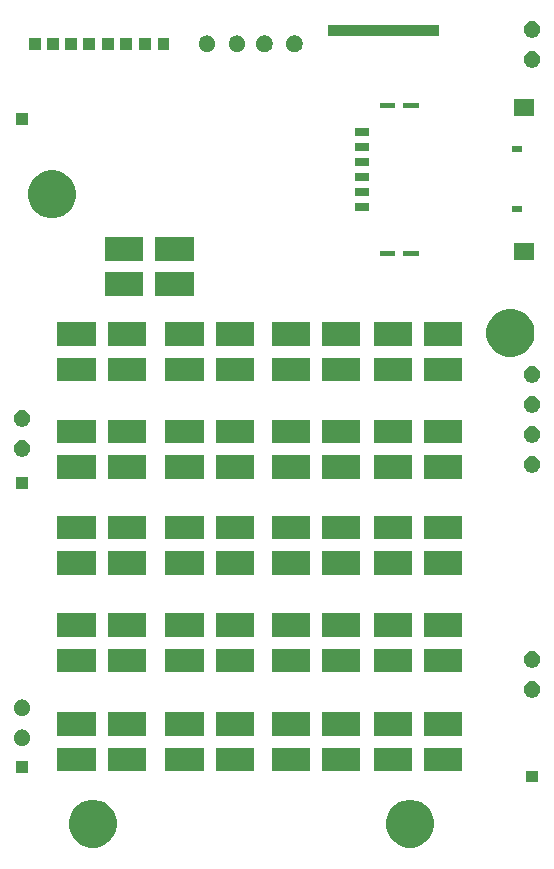
<source format=gbr>
G04 #@! TF.GenerationSoftware,KiCad,Pcbnew,5.0.2*
G04 #@! TF.CreationDate,2019-03-01T11:34:39+03:00*
G04 #@! TF.ProjectId,xmobile,786d6f62-696c-4652-9e6b-696361645f70,rev?*
G04 #@! TF.SameCoordinates,Original*
G04 #@! TF.FileFunction,Soldermask,Top*
G04 #@! TF.FilePolarity,Negative*
%FSLAX46Y46*%
G04 Gerber Fmt 4.6, Leading zero omitted, Abs format (unit mm)*
G04 Created by KiCad (PCBNEW 5.0.2) date Пт 01 мар 2019 11:34:39*
%MOMM*%
%LPD*%
G01*
G04 APERTURE LIST*
%ADD10C,0.100000*%
G04 APERTURE END LIST*
D10*
G36*
X179497712Y-135155088D02*
X179867510Y-135308263D01*
X179867513Y-135308265D01*
X180200325Y-135530643D01*
X180483357Y-135813675D01*
X180705735Y-136146487D01*
X180705737Y-136146490D01*
X180858912Y-136516288D01*
X180937000Y-136908864D01*
X180937000Y-137309136D01*
X180858912Y-137701712D01*
X180705737Y-138071510D01*
X180705735Y-138071513D01*
X180483357Y-138404325D01*
X180200325Y-138687357D01*
X179867513Y-138909735D01*
X179867510Y-138909737D01*
X179497712Y-139062912D01*
X179105136Y-139141000D01*
X178704864Y-139141000D01*
X178312288Y-139062912D01*
X177942490Y-138909737D01*
X177942487Y-138909735D01*
X177609675Y-138687357D01*
X177326643Y-138404325D01*
X177104265Y-138071513D01*
X177104263Y-138071510D01*
X176951088Y-137701712D01*
X176873000Y-137309136D01*
X176873000Y-136908864D01*
X176951088Y-136516288D01*
X177104263Y-136146490D01*
X177104265Y-136146487D01*
X177326643Y-135813675D01*
X177609675Y-135530643D01*
X177942487Y-135308265D01*
X177942490Y-135308263D01*
X178312288Y-135155088D01*
X178704864Y-135077000D01*
X179105136Y-135077000D01*
X179497712Y-135155088D01*
X179497712Y-135155088D01*
G37*
G36*
X152636712Y-135155088D02*
X153006510Y-135308263D01*
X153006513Y-135308265D01*
X153339325Y-135530643D01*
X153622357Y-135813675D01*
X153844735Y-136146487D01*
X153844737Y-136146490D01*
X153997912Y-136516288D01*
X154076000Y-136908864D01*
X154076000Y-137309136D01*
X153997912Y-137701712D01*
X153844737Y-138071510D01*
X153844735Y-138071513D01*
X153622357Y-138404325D01*
X153339325Y-138687357D01*
X153006513Y-138909735D01*
X153006510Y-138909737D01*
X152636712Y-139062912D01*
X152244136Y-139141000D01*
X151843864Y-139141000D01*
X151451288Y-139062912D01*
X151081490Y-138909737D01*
X151081487Y-138909735D01*
X150748675Y-138687357D01*
X150465643Y-138404325D01*
X150243265Y-138071513D01*
X150243263Y-138071510D01*
X150090088Y-137701712D01*
X150012000Y-137309136D01*
X150012000Y-136908864D01*
X150090088Y-136516288D01*
X150243263Y-136146490D01*
X150243265Y-136146487D01*
X150465643Y-135813675D01*
X150748675Y-135530643D01*
X151081487Y-135308265D01*
X151081490Y-135308263D01*
X151451288Y-135155088D01*
X151843864Y-135077000D01*
X152244136Y-135077000D01*
X152636712Y-135155088D01*
X152636712Y-135155088D01*
G37*
G36*
X189730000Y-133619000D02*
X188730000Y-133619000D01*
X188730000Y-132619000D01*
X189730000Y-132619000D01*
X189730000Y-133619000D01*
X189730000Y-133619000D01*
G37*
G36*
X146550000Y-132826000D02*
X145550000Y-132826000D01*
X145550000Y-131826000D01*
X146550000Y-131826000D01*
X146550000Y-132826000D01*
X146550000Y-132826000D01*
G37*
G36*
X152276000Y-132675000D02*
X149026000Y-132675000D01*
X149026000Y-130675000D01*
X152276000Y-130675000D01*
X152276000Y-132675000D01*
X152276000Y-132675000D01*
G37*
G36*
X156536000Y-132675000D02*
X153286000Y-132675000D01*
X153286000Y-130675000D01*
X156536000Y-130675000D01*
X156536000Y-132675000D01*
X156536000Y-132675000D01*
G37*
G36*
X170437000Y-132675000D02*
X167187000Y-132675000D01*
X167187000Y-130675000D01*
X170437000Y-130675000D01*
X170437000Y-132675000D01*
X170437000Y-132675000D01*
G37*
G36*
X174697000Y-132675000D02*
X171447000Y-132675000D01*
X171447000Y-130675000D01*
X174697000Y-130675000D01*
X174697000Y-132675000D01*
X174697000Y-132675000D01*
G37*
G36*
X161420000Y-132675000D02*
X158170000Y-132675000D01*
X158170000Y-130675000D01*
X161420000Y-130675000D01*
X161420000Y-132675000D01*
X161420000Y-132675000D01*
G37*
G36*
X165680000Y-132675000D02*
X162430000Y-132675000D01*
X162430000Y-130675000D01*
X165680000Y-130675000D01*
X165680000Y-132675000D01*
X165680000Y-132675000D01*
G37*
G36*
X183333000Y-132675000D02*
X180083000Y-132675000D01*
X180083000Y-130675000D01*
X183333000Y-130675000D01*
X183333000Y-132675000D01*
X183333000Y-132675000D01*
G37*
G36*
X179073000Y-132675000D02*
X175823000Y-132675000D01*
X175823000Y-130675000D01*
X179073000Y-130675000D01*
X179073000Y-132675000D01*
X179073000Y-132675000D01*
G37*
G36*
X146254183Y-129156900D02*
X146381574Y-129209668D01*
X146496225Y-129286275D01*
X146593725Y-129383775D01*
X146670332Y-129498426D01*
X146723100Y-129625817D01*
X146750000Y-129761055D01*
X146750000Y-129898945D01*
X146723100Y-130034183D01*
X146670332Y-130161574D01*
X146593725Y-130276225D01*
X146496225Y-130373725D01*
X146381574Y-130450332D01*
X146254183Y-130503100D01*
X146118945Y-130530000D01*
X145981055Y-130530000D01*
X145845817Y-130503100D01*
X145718426Y-130450332D01*
X145603775Y-130373725D01*
X145506275Y-130276225D01*
X145429668Y-130161574D01*
X145376900Y-130034183D01*
X145350000Y-129898945D01*
X145350000Y-129761055D01*
X145376900Y-129625817D01*
X145429668Y-129498426D01*
X145506275Y-129383775D01*
X145603775Y-129286275D01*
X145718426Y-129209668D01*
X145845817Y-129156900D01*
X145981055Y-129130000D01*
X146118945Y-129130000D01*
X146254183Y-129156900D01*
X146254183Y-129156900D01*
G37*
G36*
X183333000Y-129675000D02*
X180083000Y-129675000D01*
X180083000Y-127675000D01*
X183333000Y-127675000D01*
X183333000Y-129675000D01*
X183333000Y-129675000D01*
G37*
G36*
X179073000Y-129675000D02*
X175823000Y-129675000D01*
X175823000Y-127675000D01*
X179073000Y-127675000D01*
X179073000Y-129675000D01*
X179073000Y-129675000D01*
G37*
G36*
X174697000Y-129675000D02*
X171447000Y-129675000D01*
X171447000Y-127675000D01*
X174697000Y-127675000D01*
X174697000Y-129675000D01*
X174697000Y-129675000D01*
G37*
G36*
X170437000Y-129675000D02*
X167187000Y-129675000D01*
X167187000Y-127675000D01*
X170437000Y-127675000D01*
X170437000Y-129675000D01*
X170437000Y-129675000D01*
G37*
G36*
X165680000Y-129675000D02*
X162430000Y-129675000D01*
X162430000Y-127675000D01*
X165680000Y-127675000D01*
X165680000Y-129675000D01*
X165680000Y-129675000D01*
G37*
G36*
X161420000Y-129675000D02*
X158170000Y-129675000D01*
X158170000Y-127675000D01*
X161420000Y-127675000D01*
X161420000Y-129675000D01*
X161420000Y-129675000D01*
G37*
G36*
X156536000Y-129675000D02*
X153286000Y-129675000D01*
X153286000Y-127675000D01*
X156536000Y-127675000D01*
X156536000Y-129675000D01*
X156536000Y-129675000D01*
G37*
G36*
X152276000Y-129675000D02*
X149026000Y-129675000D01*
X149026000Y-127675000D01*
X152276000Y-127675000D01*
X152276000Y-129675000D01*
X152276000Y-129675000D01*
G37*
G36*
X146254183Y-126616900D02*
X146381574Y-126669668D01*
X146496225Y-126746275D01*
X146593725Y-126843775D01*
X146670332Y-126958426D01*
X146723100Y-127085817D01*
X146750000Y-127221055D01*
X146750000Y-127358945D01*
X146723100Y-127494183D01*
X146670332Y-127621574D01*
X146593725Y-127736225D01*
X146496225Y-127833725D01*
X146381574Y-127910332D01*
X146254183Y-127963100D01*
X146118945Y-127990000D01*
X145981055Y-127990000D01*
X145845817Y-127963100D01*
X145718426Y-127910332D01*
X145603775Y-127833725D01*
X145506275Y-127736225D01*
X145429668Y-127621574D01*
X145376900Y-127494183D01*
X145350000Y-127358945D01*
X145350000Y-127221055D01*
X145376900Y-127085817D01*
X145429668Y-126958426D01*
X145506275Y-126843775D01*
X145603775Y-126746275D01*
X145718426Y-126669668D01*
X145845817Y-126616900D01*
X145981055Y-126590000D01*
X146118945Y-126590000D01*
X146254183Y-126616900D01*
X146254183Y-126616900D01*
G37*
G36*
X189434183Y-125056900D02*
X189561574Y-125109668D01*
X189676225Y-125186275D01*
X189773725Y-125283775D01*
X189850332Y-125398426D01*
X189903100Y-125525817D01*
X189930000Y-125661055D01*
X189930000Y-125798945D01*
X189903100Y-125934183D01*
X189850332Y-126061574D01*
X189773725Y-126176225D01*
X189676225Y-126273725D01*
X189561574Y-126350332D01*
X189434183Y-126403100D01*
X189298945Y-126430000D01*
X189161055Y-126430000D01*
X189025817Y-126403100D01*
X188898426Y-126350332D01*
X188783775Y-126273725D01*
X188686275Y-126176225D01*
X188609668Y-126061574D01*
X188556900Y-125934183D01*
X188530000Y-125798945D01*
X188530000Y-125661055D01*
X188556900Y-125525817D01*
X188609668Y-125398426D01*
X188686275Y-125283775D01*
X188783775Y-125186275D01*
X188898426Y-125109668D01*
X189025817Y-125056900D01*
X189161055Y-125030000D01*
X189298945Y-125030000D01*
X189434183Y-125056900D01*
X189434183Y-125056900D01*
G37*
G36*
X156536000Y-124293000D02*
X153286000Y-124293000D01*
X153286000Y-122293000D01*
X156536000Y-122293000D01*
X156536000Y-124293000D01*
X156536000Y-124293000D01*
G37*
G36*
X183333000Y-124293000D02*
X180083000Y-124293000D01*
X180083000Y-122293000D01*
X183333000Y-122293000D01*
X183333000Y-124293000D01*
X183333000Y-124293000D01*
G37*
G36*
X179073000Y-124293000D02*
X175823000Y-124293000D01*
X175823000Y-122293000D01*
X179073000Y-122293000D01*
X179073000Y-124293000D01*
X179073000Y-124293000D01*
G37*
G36*
X174697000Y-124293000D02*
X171447000Y-124293000D01*
X171447000Y-122293000D01*
X174697000Y-122293000D01*
X174697000Y-124293000D01*
X174697000Y-124293000D01*
G37*
G36*
X152276000Y-124293000D02*
X149026000Y-124293000D01*
X149026000Y-122293000D01*
X152276000Y-122293000D01*
X152276000Y-124293000D01*
X152276000Y-124293000D01*
G37*
G36*
X165680000Y-124293000D02*
X162430000Y-124293000D01*
X162430000Y-122293000D01*
X165680000Y-122293000D01*
X165680000Y-124293000D01*
X165680000Y-124293000D01*
G37*
G36*
X170437000Y-124293000D02*
X167187000Y-124293000D01*
X167187000Y-122293000D01*
X170437000Y-122293000D01*
X170437000Y-124293000D01*
X170437000Y-124293000D01*
G37*
G36*
X161420000Y-124293000D02*
X158170000Y-124293000D01*
X158170000Y-122293000D01*
X161420000Y-122293000D01*
X161420000Y-124293000D01*
X161420000Y-124293000D01*
G37*
G36*
X189434183Y-122516900D02*
X189561574Y-122569668D01*
X189676225Y-122646275D01*
X189773725Y-122743775D01*
X189850332Y-122858426D01*
X189903100Y-122985817D01*
X189930000Y-123121055D01*
X189930000Y-123258945D01*
X189903100Y-123394183D01*
X189850332Y-123521574D01*
X189773725Y-123636225D01*
X189676225Y-123733725D01*
X189561574Y-123810332D01*
X189434183Y-123863100D01*
X189298945Y-123890000D01*
X189161055Y-123890000D01*
X189025817Y-123863100D01*
X188898426Y-123810332D01*
X188783775Y-123733725D01*
X188686275Y-123636225D01*
X188609668Y-123521574D01*
X188556900Y-123394183D01*
X188530000Y-123258945D01*
X188530000Y-123121055D01*
X188556900Y-122985817D01*
X188609668Y-122858426D01*
X188686275Y-122743775D01*
X188783775Y-122646275D01*
X188898426Y-122569668D01*
X189025817Y-122516900D01*
X189161055Y-122490000D01*
X189298945Y-122490000D01*
X189434183Y-122516900D01*
X189434183Y-122516900D01*
G37*
G36*
X165680000Y-121293000D02*
X162430000Y-121293000D01*
X162430000Y-119293000D01*
X165680000Y-119293000D01*
X165680000Y-121293000D01*
X165680000Y-121293000D01*
G37*
G36*
X183333000Y-121293000D02*
X180083000Y-121293000D01*
X180083000Y-119293000D01*
X183333000Y-119293000D01*
X183333000Y-121293000D01*
X183333000Y-121293000D01*
G37*
G36*
X156536000Y-121293000D02*
X153286000Y-121293000D01*
X153286000Y-119293000D01*
X156536000Y-119293000D01*
X156536000Y-121293000D01*
X156536000Y-121293000D01*
G37*
G36*
X161420000Y-121293000D02*
X158170000Y-121293000D01*
X158170000Y-119293000D01*
X161420000Y-119293000D01*
X161420000Y-121293000D01*
X161420000Y-121293000D01*
G37*
G36*
X152276000Y-121293000D02*
X149026000Y-121293000D01*
X149026000Y-119293000D01*
X152276000Y-119293000D01*
X152276000Y-121293000D01*
X152276000Y-121293000D01*
G37*
G36*
X170437000Y-121293000D02*
X167187000Y-121293000D01*
X167187000Y-119293000D01*
X170437000Y-119293000D01*
X170437000Y-121293000D01*
X170437000Y-121293000D01*
G37*
G36*
X174697000Y-121293000D02*
X171447000Y-121293000D01*
X171447000Y-119293000D01*
X174697000Y-119293000D01*
X174697000Y-121293000D01*
X174697000Y-121293000D01*
G37*
G36*
X179073000Y-121293000D02*
X175823000Y-121293000D01*
X175823000Y-119293000D01*
X179073000Y-119293000D01*
X179073000Y-121293000D01*
X179073000Y-121293000D01*
G37*
G36*
X165680000Y-116038000D02*
X162430000Y-116038000D01*
X162430000Y-114038000D01*
X165680000Y-114038000D01*
X165680000Y-116038000D01*
X165680000Y-116038000D01*
G37*
G36*
X183333000Y-116038000D02*
X180083000Y-116038000D01*
X180083000Y-114038000D01*
X183333000Y-114038000D01*
X183333000Y-116038000D01*
X183333000Y-116038000D01*
G37*
G36*
X179073000Y-116038000D02*
X175823000Y-116038000D01*
X175823000Y-114038000D01*
X179073000Y-114038000D01*
X179073000Y-116038000D01*
X179073000Y-116038000D01*
G37*
G36*
X174697000Y-116038000D02*
X171447000Y-116038000D01*
X171447000Y-114038000D01*
X174697000Y-114038000D01*
X174697000Y-116038000D01*
X174697000Y-116038000D01*
G37*
G36*
X170437000Y-116038000D02*
X167187000Y-116038000D01*
X167187000Y-114038000D01*
X170437000Y-114038000D01*
X170437000Y-116038000D01*
X170437000Y-116038000D01*
G37*
G36*
X161420000Y-116038000D02*
X158170000Y-116038000D01*
X158170000Y-114038000D01*
X161420000Y-114038000D01*
X161420000Y-116038000D01*
X161420000Y-116038000D01*
G37*
G36*
X156536000Y-116038000D02*
X153286000Y-116038000D01*
X153286000Y-114038000D01*
X156536000Y-114038000D01*
X156536000Y-116038000D01*
X156536000Y-116038000D01*
G37*
G36*
X152276000Y-116038000D02*
X149026000Y-116038000D01*
X149026000Y-114038000D01*
X152276000Y-114038000D01*
X152276000Y-116038000D01*
X152276000Y-116038000D01*
G37*
G36*
X156536000Y-113038000D02*
X153286000Y-113038000D01*
X153286000Y-111038000D01*
X156536000Y-111038000D01*
X156536000Y-113038000D01*
X156536000Y-113038000D01*
G37*
G36*
X183333000Y-113038000D02*
X180083000Y-113038000D01*
X180083000Y-111038000D01*
X183333000Y-111038000D01*
X183333000Y-113038000D01*
X183333000Y-113038000D01*
G37*
G36*
X179073000Y-113038000D02*
X175823000Y-113038000D01*
X175823000Y-111038000D01*
X179073000Y-111038000D01*
X179073000Y-113038000D01*
X179073000Y-113038000D01*
G37*
G36*
X170437000Y-113038000D02*
X167187000Y-113038000D01*
X167187000Y-111038000D01*
X170437000Y-111038000D01*
X170437000Y-113038000D01*
X170437000Y-113038000D01*
G37*
G36*
X152276000Y-113038000D02*
X149026000Y-113038000D01*
X149026000Y-111038000D01*
X152276000Y-111038000D01*
X152276000Y-113038000D01*
X152276000Y-113038000D01*
G37*
G36*
X161420000Y-113038000D02*
X158170000Y-113038000D01*
X158170000Y-111038000D01*
X161420000Y-111038000D01*
X161420000Y-113038000D01*
X161420000Y-113038000D01*
G37*
G36*
X165680000Y-113038000D02*
X162430000Y-113038000D01*
X162430000Y-111038000D01*
X165680000Y-111038000D01*
X165680000Y-113038000D01*
X165680000Y-113038000D01*
G37*
G36*
X174697000Y-113038000D02*
X171447000Y-113038000D01*
X171447000Y-111038000D01*
X174697000Y-111038000D01*
X174697000Y-113038000D01*
X174697000Y-113038000D01*
G37*
G36*
X146550000Y-108732000D02*
X145550000Y-108732000D01*
X145550000Y-107732000D01*
X146550000Y-107732000D01*
X146550000Y-108732000D01*
X146550000Y-108732000D01*
G37*
G36*
X165680000Y-107910000D02*
X162430000Y-107910000D01*
X162430000Y-105910000D01*
X165680000Y-105910000D01*
X165680000Y-107910000D01*
X165680000Y-107910000D01*
G37*
G36*
X161420000Y-107910000D02*
X158170000Y-107910000D01*
X158170000Y-105910000D01*
X161420000Y-105910000D01*
X161420000Y-107910000D01*
X161420000Y-107910000D01*
G37*
G36*
X156536000Y-107910000D02*
X153286000Y-107910000D01*
X153286000Y-105910000D01*
X156536000Y-105910000D01*
X156536000Y-107910000D01*
X156536000Y-107910000D01*
G37*
G36*
X183333000Y-107910000D02*
X180083000Y-107910000D01*
X180083000Y-105910000D01*
X183333000Y-105910000D01*
X183333000Y-107910000D01*
X183333000Y-107910000D01*
G37*
G36*
X152276000Y-107910000D02*
X149026000Y-107910000D01*
X149026000Y-105910000D01*
X152276000Y-105910000D01*
X152276000Y-107910000D01*
X152276000Y-107910000D01*
G37*
G36*
X179073000Y-107910000D02*
X175823000Y-107910000D01*
X175823000Y-105910000D01*
X179073000Y-105910000D01*
X179073000Y-107910000D01*
X179073000Y-107910000D01*
G37*
G36*
X174697000Y-107910000D02*
X171447000Y-107910000D01*
X171447000Y-105910000D01*
X174697000Y-105910000D01*
X174697000Y-107910000D01*
X174697000Y-107910000D01*
G37*
G36*
X170437000Y-107910000D02*
X167187000Y-107910000D01*
X167187000Y-105910000D01*
X170437000Y-105910000D01*
X170437000Y-107910000D01*
X170437000Y-107910000D01*
G37*
G36*
X189434183Y-106006900D02*
X189561574Y-106059668D01*
X189676225Y-106136275D01*
X189773725Y-106233775D01*
X189850332Y-106348426D01*
X189903100Y-106475817D01*
X189930000Y-106611055D01*
X189930000Y-106748945D01*
X189903100Y-106884183D01*
X189850332Y-107011574D01*
X189773725Y-107126225D01*
X189676225Y-107223725D01*
X189561574Y-107300332D01*
X189434183Y-107353100D01*
X189298945Y-107380000D01*
X189161055Y-107380000D01*
X189025817Y-107353100D01*
X188898426Y-107300332D01*
X188783775Y-107223725D01*
X188686275Y-107126225D01*
X188609668Y-107011574D01*
X188556900Y-106884183D01*
X188530000Y-106748945D01*
X188530000Y-106611055D01*
X188556900Y-106475817D01*
X188609668Y-106348426D01*
X188686275Y-106233775D01*
X188783775Y-106136275D01*
X188898426Y-106059668D01*
X189025817Y-106006900D01*
X189161055Y-105980000D01*
X189298945Y-105980000D01*
X189434183Y-106006900D01*
X189434183Y-106006900D01*
G37*
G36*
X146254183Y-104660900D02*
X146381574Y-104713668D01*
X146496225Y-104790275D01*
X146593725Y-104887775D01*
X146670332Y-105002426D01*
X146723100Y-105129817D01*
X146750000Y-105265055D01*
X146750000Y-105402945D01*
X146723100Y-105538183D01*
X146670332Y-105665574D01*
X146593725Y-105780225D01*
X146496225Y-105877725D01*
X146381574Y-105954332D01*
X146254183Y-106007100D01*
X146118945Y-106034000D01*
X145981055Y-106034000D01*
X145845817Y-106007100D01*
X145718426Y-105954332D01*
X145603775Y-105877725D01*
X145506275Y-105780225D01*
X145429668Y-105665574D01*
X145376900Y-105538183D01*
X145350000Y-105402945D01*
X145350000Y-105265055D01*
X145376900Y-105129817D01*
X145429668Y-105002426D01*
X145506275Y-104887775D01*
X145603775Y-104790275D01*
X145718426Y-104713668D01*
X145845817Y-104660900D01*
X145981055Y-104634000D01*
X146118945Y-104634000D01*
X146254183Y-104660900D01*
X146254183Y-104660900D01*
G37*
G36*
X174697000Y-104910000D02*
X171447000Y-104910000D01*
X171447000Y-102910000D01*
X174697000Y-102910000D01*
X174697000Y-104910000D01*
X174697000Y-104910000D01*
G37*
G36*
X165680000Y-104910000D02*
X162430000Y-104910000D01*
X162430000Y-102910000D01*
X165680000Y-102910000D01*
X165680000Y-104910000D01*
X165680000Y-104910000D01*
G37*
G36*
X161420000Y-104910000D02*
X158170000Y-104910000D01*
X158170000Y-102910000D01*
X161420000Y-102910000D01*
X161420000Y-104910000D01*
X161420000Y-104910000D01*
G37*
G36*
X183333000Y-104910000D02*
X180083000Y-104910000D01*
X180083000Y-102910000D01*
X183333000Y-102910000D01*
X183333000Y-104910000D01*
X183333000Y-104910000D01*
G37*
G36*
X152276000Y-104910000D02*
X149026000Y-104910000D01*
X149026000Y-102910000D01*
X152276000Y-102910000D01*
X152276000Y-104910000D01*
X152276000Y-104910000D01*
G37*
G36*
X170437000Y-104910000D02*
X167187000Y-104910000D01*
X167187000Y-102910000D01*
X170437000Y-102910000D01*
X170437000Y-104910000D01*
X170437000Y-104910000D01*
G37*
G36*
X156536000Y-104910000D02*
X153286000Y-104910000D01*
X153286000Y-102910000D01*
X156536000Y-102910000D01*
X156536000Y-104910000D01*
X156536000Y-104910000D01*
G37*
G36*
X179073000Y-104910000D02*
X175823000Y-104910000D01*
X175823000Y-102910000D01*
X179073000Y-102910000D01*
X179073000Y-104910000D01*
X179073000Y-104910000D01*
G37*
G36*
X189434183Y-103466900D02*
X189561574Y-103519668D01*
X189676225Y-103596275D01*
X189773725Y-103693775D01*
X189850332Y-103808426D01*
X189903100Y-103935817D01*
X189930000Y-104071055D01*
X189930000Y-104208945D01*
X189903100Y-104344183D01*
X189850332Y-104471574D01*
X189773725Y-104586225D01*
X189676225Y-104683725D01*
X189561574Y-104760332D01*
X189434183Y-104813100D01*
X189298945Y-104840000D01*
X189161055Y-104840000D01*
X189025817Y-104813100D01*
X188898426Y-104760332D01*
X188783775Y-104683725D01*
X188686275Y-104586225D01*
X188609668Y-104471574D01*
X188556900Y-104344183D01*
X188530000Y-104208945D01*
X188530000Y-104071055D01*
X188556900Y-103935817D01*
X188609668Y-103808426D01*
X188686275Y-103693775D01*
X188783775Y-103596275D01*
X188898426Y-103519668D01*
X189025817Y-103466900D01*
X189161055Y-103440000D01*
X189298945Y-103440000D01*
X189434183Y-103466900D01*
X189434183Y-103466900D01*
G37*
G36*
X146254183Y-102120900D02*
X146381574Y-102173668D01*
X146496225Y-102250275D01*
X146593725Y-102347775D01*
X146670332Y-102462426D01*
X146723100Y-102589817D01*
X146750000Y-102725055D01*
X146750000Y-102862945D01*
X146723100Y-102998183D01*
X146670332Y-103125574D01*
X146593725Y-103240225D01*
X146496225Y-103337725D01*
X146381574Y-103414332D01*
X146254183Y-103467100D01*
X146118945Y-103494000D01*
X145981055Y-103494000D01*
X145845817Y-103467100D01*
X145718426Y-103414332D01*
X145603775Y-103337725D01*
X145506275Y-103240225D01*
X145429668Y-103125574D01*
X145376900Y-102998183D01*
X145350000Y-102862945D01*
X145350000Y-102725055D01*
X145376900Y-102589817D01*
X145429668Y-102462426D01*
X145506275Y-102347775D01*
X145603775Y-102250275D01*
X145718426Y-102173668D01*
X145845817Y-102120900D01*
X145981055Y-102094000D01*
X146118945Y-102094000D01*
X146254183Y-102120900D01*
X146254183Y-102120900D01*
G37*
G36*
X189434183Y-100926900D02*
X189561574Y-100979668D01*
X189676225Y-101056275D01*
X189773725Y-101153775D01*
X189850332Y-101268426D01*
X189903100Y-101395817D01*
X189930000Y-101531055D01*
X189930000Y-101668945D01*
X189903100Y-101804183D01*
X189850332Y-101931574D01*
X189773725Y-102046225D01*
X189676225Y-102143725D01*
X189561574Y-102220332D01*
X189434183Y-102273100D01*
X189298945Y-102300000D01*
X189161055Y-102300000D01*
X189025817Y-102273100D01*
X188898426Y-102220332D01*
X188783775Y-102143725D01*
X188686275Y-102046225D01*
X188609668Y-101931574D01*
X188556900Y-101804183D01*
X188530000Y-101668945D01*
X188530000Y-101531055D01*
X188556900Y-101395817D01*
X188609668Y-101268426D01*
X188686275Y-101153775D01*
X188783775Y-101056275D01*
X188898426Y-100979668D01*
X189025817Y-100926900D01*
X189161055Y-100900000D01*
X189298945Y-100900000D01*
X189434183Y-100926900D01*
X189434183Y-100926900D01*
G37*
G36*
X189434183Y-98386900D02*
X189561574Y-98439668D01*
X189676225Y-98516275D01*
X189773725Y-98613775D01*
X189850332Y-98728426D01*
X189903100Y-98855817D01*
X189930000Y-98991055D01*
X189930000Y-99128945D01*
X189903100Y-99264183D01*
X189850332Y-99391574D01*
X189773725Y-99506225D01*
X189676225Y-99603725D01*
X189561574Y-99680332D01*
X189434183Y-99733100D01*
X189298945Y-99760000D01*
X189161055Y-99760000D01*
X189025817Y-99733100D01*
X188898426Y-99680332D01*
X188783775Y-99603725D01*
X188686275Y-99506225D01*
X188609668Y-99391574D01*
X188556900Y-99264183D01*
X188530000Y-99128945D01*
X188530000Y-98991055D01*
X188556900Y-98855817D01*
X188609668Y-98728426D01*
X188686275Y-98613775D01*
X188783775Y-98516275D01*
X188898426Y-98439668D01*
X189025817Y-98386900D01*
X189161055Y-98360000D01*
X189298945Y-98360000D01*
X189434183Y-98386900D01*
X189434183Y-98386900D01*
G37*
G36*
X161420000Y-99655000D02*
X158170000Y-99655000D01*
X158170000Y-97655000D01*
X161420000Y-97655000D01*
X161420000Y-99655000D01*
X161420000Y-99655000D01*
G37*
G36*
X152276000Y-99655000D02*
X149026000Y-99655000D01*
X149026000Y-97655000D01*
X152276000Y-97655000D01*
X152276000Y-99655000D01*
X152276000Y-99655000D01*
G37*
G36*
X165680000Y-99655000D02*
X162430000Y-99655000D01*
X162430000Y-97655000D01*
X165680000Y-97655000D01*
X165680000Y-99655000D01*
X165680000Y-99655000D01*
G37*
G36*
X170437000Y-99655000D02*
X167187000Y-99655000D01*
X167187000Y-97655000D01*
X170437000Y-97655000D01*
X170437000Y-99655000D01*
X170437000Y-99655000D01*
G37*
G36*
X174697000Y-99655000D02*
X171447000Y-99655000D01*
X171447000Y-97655000D01*
X174697000Y-97655000D01*
X174697000Y-99655000D01*
X174697000Y-99655000D01*
G37*
G36*
X179073000Y-99655000D02*
X175823000Y-99655000D01*
X175823000Y-97655000D01*
X179073000Y-97655000D01*
X179073000Y-99655000D01*
X179073000Y-99655000D01*
G37*
G36*
X183333000Y-99655000D02*
X180083000Y-99655000D01*
X180083000Y-97655000D01*
X183333000Y-97655000D01*
X183333000Y-99655000D01*
X183333000Y-99655000D01*
G37*
G36*
X156536000Y-99655000D02*
X153286000Y-99655000D01*
X153286000Y-97655000D01*
X156536000Y-97655000D01*
X156536000Y-99655000D01*
X156536000Y-99655000D01*
G37*
G36*
X187993712Y-93600888D02*
X188363510Y-93754063D01*
X188363513Y-93754065D01*
X188696325Y-93976443D01*
X188979357Y-94259475D01*
X189201735Y-94592287D01*
X189201737Y-94592290D01*
X189354912Y-94962088D01*
X189433000Y-95354664D01*
X189433000Y-95754936D01*
X189354912Y-96147512D01*
X189201737Y-96517310D01*
X189201735Y-96517313D01*
X188979357Y-96850125D01*
X188696325Y-97133157D01*
X188363513Y-97355535D01*
X188363510Y-97355537D01*
X187993712Y-97508712D01*
X187601136Y-97586800D01*
X187200864Y-97586800D01*
X186808288Y-97508712D01*
X186438490Y-97355537D01*
X186438487Y-97355535D01*
X186105675Y-97133157D01*
X185822643Y-96850125D01*
X185600265Y-96517313D01*
X185600263Y-96517310D01*
X185447088Y-96147512D01*
X185369000Y-95754936D01*
X185369000Y-95354664D01*
X185447088Y-94962088D01*
X185600263Y-94592290D01*
X185600265Y-94592287D01*
X185822643Y-94259475D01*
X186105675Y-93976443D01*
X186438487Y-93754065D01*
X186438490Y-93754063D01*
X186808288Y-93600888D01*
X187200864Y-93522800D01*
X187601136Y-93522800D01*
X187993712Y-93600888D01*
X187993712Y-93600888D01*
G37*
G36*
X170437000Y-96655000D02*
X167187000Y-96655000D01*
X167187000Y-94655000D01*
X170437000Y-94655000D01*
X170437000Y-96655000D01*
X170437000Y-96655000D01*
G37*
G36*
X183333000Y-96655000D02*
X180083000Y-96655000D01*
X180083000Y-94655000D01*
X183333000Y-94655000D01*
X183333000Y-96655000D01*
X183333000Y-96655000D01*
G37*
G36*
X152276000Y-96655000D02*
X149026000Y-96655000D01*
X149026000Y-94655000D01*
X152276000Y-94655000D01*
X152276000Y-96655000D01*
X152276000Y-96655000D01*
G37*
G36*
X174697000Y-96655000D02*
X171447000Y-96655000D01*
X171447000Y-94655000D01*
X174697000Y-94655000D01*
X174697000Y-96655000D01*
X174697000Y-96655000D01*
G37*
G36*
X156536000Y-96655000D02*
X153286000Y-96655000D01*
X153286000Y-94655000D01*
X156536000Y-94655000D01*
X156536000Y-96655000D01*
X156536000Y-96655000D01*
G37*
G36*
X161420000Y-96655000D02*
X158170000Y-96655000D01*
X158170000Y-94655000D01*
X161420000Y-94655000D01*
X161420000Y-96655000D01*
X161420000Y-96655000D01*
G37*
G36*
X165680000Y-96655000D02*
X162430000Y-96655000D01*
X162430000Y-94655000D01*
X165680000Y-94655000D01*
X165680000Y-96655000D01*
X165680000Y-96655000D01*
G37*
G36*
X179073000Y-96655000D02*
X175823000Y-96655000D01*
X175823000Y-94655000D01*
X179073000Y-94655000D01*
X179073000Y-96655000D01*
X179073000Y-96655000D01*
G37*
G36*
X160578000Y-92440000D02*
X157328000Y-92440000D01*
X157328000Y-90440000D01*
X160578000Y-90440000D01*
X160578000Y-92440000D01*
X160578000Y-92440000D01*
G37*
G36*
X156318000Y-92440000D02*
X153068000Y-92440000D01*
X153068000Y-90440000D01*
X156318000Y-90440000D01*
X156318000Y-92440000D01*
X156318000Y-92440000D01*
G37*
G36*
X156318000Y-89440000D02*
X153068000Y-89440000D01*
X153068000Y-87440000D01*
X156318000Y-87440000D01*
X156318000Y-89440000D01*
X156318000Y-89440000D01*
G37*
G36*
X160578000Y-89440000D02*
X157328000Y-89440000D01*
X157328000Y-87440000D01*
X160578000Y-87440000D01*
X160578000Y-89440000D01*
X160578000Y-89440000D01*
G37*
G36*
X189390000Y-89360000D02*
X187690000Y-89360000D01*
X187690000Y-87960000D01*
X189390000Y-87960000D01*
X189390000Y-89360000D01*
X189390000Y-89360000D01*
G37*
G36*
X177630000Y-89045000D02*
X176330000Y-89045000D01*
X176330000Y-88595000D01*
X177630000Y-88595000D01*
X177630000Y-89045000D01*
X177630000Y-89045000D01*
G37*
G36*
X179630000Y-89045000D02*
X178330000Y-89045000D01*
X178330000Y-88595000D01*
X179630000Y-88595000D01*
X179630000Y-89045000D01*
X179630000Y-89045000D01*
G37*
G36*
X149182712Y-81866088D02*
X149552510Y-82019263D01*
X149552513Y-82019265D01*
X149885325Y-82241643D01*
X150168357Y-82524675D01*
X150258778Y-82660000D01*
X150390737Y-82857490D01*
X150543912Y-83227288D01*
X150622000Y-83619864D01*
X150622000Y-84020136D01*
X150543912Y-84412712D01*
X150390737Y-84782510D01*
X150390735Y-84782513D01*
X150168357Y-85115325D01*
X149885325Y-85398357D01*
X149552513Y-85620735D01*
X149552510Y-85620737D01*
X149182712Y-85773912D01*
X148790136Y-85852000D01*
X148389864Y-85852000D01*
X147997288Y-85773912D01*
X147627490Y-85620737D01*
X147627487Y-85620735D01*
X147294675Y-85398357D01*
X147011643Y-85115325D01*
X146789265Y-84782513D01*
X146789263Y-84782510D01*
X146636088Y-84412712D01*
X146558000Y-84020136D01*
X146558000Y-83619864D01*
X146636088Y-83227288D01*
X146789263Y-82857490D01*
X146921222Y-82660000D01*
X147011643Y-82524675D01*
X147294675Y-82241643D01*
X147627487Y-82019265D01*
X147627490Y-82019263D01*
X147997288Y-81866088D01*
X148389864Y-81788000D01*
X148790136Y-81788000D01*
X149182712Y-81866088D01*
X149182712Y-81866088D01*
G37*
G36*
X188360000Y-85360000D02*
X187560000Y-85360000D01*
X187560000Y-84820000D01*
X188360000Y-84820000D01*
X188360000Y-85360000D01*
X188360000Y-85360000D01*
G37*
G36*
X175385000Y-85200000D02*
X174235000Y-85200000D01*
X174235000Y-84550000D01*
X175385000Y-84550000D01*
X175385000Y-85200000D01*
X175385000Y-85200000D01*
G37*
G36*
X175385000Y-83930000D02*
X174235000Y-83930000D01*
X174235000Y-83280000D01*
X175385000Y-83280000D01*
X175385000Y-83930000D01*
X175385000Y-83930000D01*
G37*
G36*
X175385000Y-82660000D02*
X174235000Y-82660000D01*
X174235000Y-82010000D01*
X175385000Y-82010000D01*
X175385000Y-82660000D01*
X175385000Y-82660000D01*
G37*
G36*
X175385000Y-81390000D02*
X174235000Y-81390000D01*
X174235000Y-80740000D01*
X175385000Y-80740000D01*
X175385000Y-81390000D01*
X175385000Y-81390000D01*
G37*
G36*
X188360000Y-80280000D02*
X187560000Y-80280000D01*
X187560000Y-79740000D01*
X188360000Y-79740000D01*
X188360000Y-80280000D01*
X188360000Y-80280000D01*
G37*
G36*
X175385000Y-80120000D02*
X174235000Y-80120000D01*
X174235000Y-79470000D01*
X175385000Y-79470000D01*
X175385000Y-80120000D01*
X175385000Y-80120000D01*
G37*
G36*
X175385000Y-78850000D02*
X174235000Y-78850000D01*
X174235000Y-78200000D01*
X175385000Y-78200000D01*
X175385000Y-78850000D01*
X175385000Y-78850000D01*
G37*
G36*
X146550000Y-77970000D02*
X145550000Y-77970000D01*
X145550000Y-76970000D01*
X146550000Y-76970000D01*
X146550000Y-77970000D01*
X146550000Y-77970000D01*
G37*
G36*
X189390000Y-77150000D02*
X187690000Y-77150000D01*
X187690000Y-75750000D01*
X189390000Y-75750000D01*
X189390000Y-77150000D01*
X189390000Y-77150000D01*
G37*
G36*
X177630000Y-76505000D02*
X176330000Y-76505000D01*
X176330000Y-76055000D01*
X177630000Y-76055000D01*
X177630000Y-76505000D01*
X177630000Y-76505000D01*
G37*
G36*
X179630000Y-76505000D02*
X178330000Y-76505000D01*
X178330000Y-76055000D01*
X179630000Y-76055000D01*
X179630000Y-76505000D01*
X179630000Y-76505000D01*
G37*
G36*
X189434183Y-71716900D02*
X189561574Y-71769668D01*
X189676225Y-71846275D01*
X189773725Y-71943775D01*
X189850332Y-72058426D01*
X189903100Y-72185817D01*
X189930000Y-72321055D01*
X189930000Y-72458945D01*
X189903100Y-72594183D01*
X189850332Y-72721574D01*
X189773725Y-72836225D01*
X189676225Y-72933725D01*
X189561574Y-73010332D01*
X189434183Y-73063100D01*
X189298945Y-73090000D01*
X189161055Y-73090000D01*
X189025817Y-73063100D01*
X188898426Y-73010332D01*
X188783775Y-72933725D01*
X188686275Y-72836225D01*
X188609668Y-72721574D01*
X188556900Y-72594183D01*
X188530000Y-72458945D01*
X188530000Y-72321055D01*
X188556900Y-72185817D01*
X188609668Y-72058426D01*
X188686275Y-71943775D01*
X188783775Y-71846275D01*
X188898426Y-71769668D01*
X189025817Y-71716900D01*
X189161055Y-71690000D01*
X189298945Y-71690000D01*
X189434183Y-71716900D01*
X189434183Y-71716900D01*
G37*
G36*
X164445183Y-70391000D02*
X164572574Y-70443768D01*
X164687225Y-70520375D01*
X164784725Y-70617875D01*
X164861332Y-70732526D01*
X164914100Y-70859917D01*
X164941000Y-70995155D01*
X164941000Y-71133045D01*
X164914100Y-71268283D01*
X164861332Y-71395674D01*
X164784725Y-71510325D01*
X164687225Y-71607825D01*
X164572574Y-71684432D01*
X164445183Y-71737200D01*
X164309945Y-71764100D01*
X164172055Y-71764100D01*
X164036817Y-71737200D01*
X163909426Y-71684432D01*
X163794775Y-71607825D01*
X163697275Y-71510325D01*
X163620668Y-71395674D01*
X163567900Y-71268283D01*
X163541000Y-71133045D01*
X163541000Y-70995155D01*
X163567900Y-70859917D01*
X163620668Y-70732526D01*
X163697275Y-70617875D01*
X163794775Y-70520375D01*
X163909426Y-70443768D01*
X164036817Y-70391000D01*
X164172055Y-70364100D01*
X164309945Y-70364100D01*
X164445183Y-70391000D01*
X164445183Y-70391000D01*
G37*
G36*
X161905183Y-70391000D02*
X162032574Y-70443768D01*
X162147225Y-70520375D01*
X162244725Y-70617875D01*
X162321332Y-70732526D01*
X162374100Y-70859917D01*
X162401000Y-70995155D01*
X162401000Y-71133045D01*
X162374100Y-71268283D01*
X162321332Y-71395674D01*
X162244725Y-71510325D01*
X162147225Y-71607825D01*
X162032574Y-71684432D01*
X161905183Y-71737200D01*
X161769945Y-71764100D01*
X161632055Y-71764100D01*
X161496817Y-71737200D01*
X161369426Y-71684432D01*
X161254775Y-71607825D01*
X161157275Y-71510325D01*
X161080668Y-71395674D01*
X161027900Y-71268283D01*
X161001000Y-71133045D01*
X161001000Y-70995155D01*
X161027900Y-70859917D01*
X161080668Y-70732526D01*
X161157275Y-70617875D01*
X161254775Y-70520375D01*
X161369426Y-70443768D01*
X161496817Y-70391000D01*
X161632055Y-70364100D01*
X161769945Y-70364100D01*
X161905183Y-70391000D01*
X161905183Y-70391000D01*
G37*
G36*
X166772183Y-70391000D02*
X166899574Y-70443768D01*
X167014225Y-70520375D01*
X167111725Y-70617875D01*
X167188332Y-70732526D01*
X167241100Y-70859917D01*
X167268000Y-70995155D01*
X167268000Y-71133045D01*
X167241100Y-71268283D01*
X167188332Y-71395674D01*
X167111725Y-71510325D01*
X167014225Y-71607825D01*
X166899574Y-71684432D01*
X166772183Y-71737200D01*
X166636945Y-71764100D01*
X166499055Y-71764100D01*
X166363817Y-71737200D01*
X166236426Y-71684432D01*
X166121775Y-71607825D01*
X166024275Y-71510325D01*
X165947668Y-71395674D01*
X165894900Y-71268283D01*
X165868000Y-71133045D01*
X165868000Y-70995155D01*
X165894900Y-70859917D01*
X165947668Y-70732526D01*
X166024275Y-70617875D01*
X166121775Y-70520375D01*
X166236426Y-70443768D01*
X166363817Y-70391000D01*
X166499055Y-70364100D01*
X166636945Y-70364100D01*
X166772183Y-70391000D01*
X166772183Y-70391000D01*
G37*
G36*
X169312183Y-70391000D02*
X169439574Y-70443768D01*
X169554225Y-70520375D01*
X169651725Y-70617875D01*
X169728332Y-70732526D01*
X169781100Y-70859917D01*
X169808000Y-70995155D01*
X169808000Y-71133045D01*
X169781100Y-71268283D01*
X169728332Y-71395674D01*
X169651725Y-71510325D01*
X169554225Y-71607825D01*
X169439574Y-71684432D01*
X169312183Y-71737200D01*
X169176945Y-71764100D01*
X169039055Y-71764100D01*
X168903817Y-71737200D01*
X168776426Y-71684432D01*
X168661775Y-71607825D01*
X168564275Y-71510325D01*
X168487668Y-71395674D01*
X168434900Y-71268283D01*
X168408000Y-71133045D01*
X168408000Y-70995155D01*
X168434900Y-70859917D01*
X168487668Y-70732526D01*
X168564275Y-70617875D01*
X168661775Y-70520375D01*
X168776426Y-70443768D01*
X168903817Y-70391000D01*
X169039055Y-70364100D01*
X169176945Y-70364100D01*
X169312183Y-70391000D01*
X169312183Y-70391000D01*
G37*
G36*
X147632000Y-71564100D02*
X146632000Y-71564100D01*
X146632000Y-70564100D01*
X147632000Y-70564100D01*
X147632000Y-71564100D01*
X147632000Y-71564100D01*
G37*
G36*
X155379000Y-71564100D02*
X154379000Y-71564100D01*
X154379000Y-70564100D01*
X155379000Y-70564100D01*
X155379000Y-71564100D01*
X155379000Y-71564100D01*
G37*
G36*
X149159000Y-71564100D02*
X148159000Y-71564100D01*
X148159000Y-70564100D01*
X149159000Y-70564100D01*
X149159000Y-71564100D01*
X149159000Y-71564100D01*
G37*
G36*
X150693000Y-71564100D02*
X149693000Y-71564100D01*
X149693000Y-70564100D01*
X150693000Y-70564100D01*
X150693000Y-71564100D01*
X150693000Y-71564100D01*
G37*
G36*
X153794000Y-71564100D02*
X152794000Y-71564100D01*
X152794000Y-70564100D01*
X153794000Y-70564100D01*
X153794000Y-71564100D01*
X153794000Y-71564100D01*
G37*
G36*
X152222000Y-71564100D02*
X151222000Y-71564100D01*
X151222000Y-70564100D01*
X152222000Y-70564100D01*
X152222000Y-71564100D01*
X152222000Y-71564100D01*
G37*
G36*
X156961000Y-71564100D02*
X155961000Y-71564100D01*
X155961000Y-70564100D01*
X156961000Y-70564100D01*
X156961000Y-71564100D01*
X156961000Y-71564100D01*
G37*
G36*
X158526000Y-71564100D02*
X157526000Y-71564100D01*
X157526000Y-70564100D01*
X158526000Y-70564100D01*
X158526000Y-71564100D01*
X158526000Y-71564100D01*
G37*
G36*
X189434183Y-69176900D02*
X189561574Y-69229668D01*
X189676224Y-69306274D01*
X189773726Y-69403776D01*
X189850332Y-69518426D01*
X189903100Y-69645817D01*
X189930000Y-69781055D01*
X189930000Y-69918945D01*
X189903100Y-70054183D01*
X189850332Y-70181574D01*
X189773725Y-70296225D01*
X189676225Y-70393725D01*
X189561574Y-70470332D01*
X189434183Y-70523100D01*
X189298945Y-70550000D01*
X189161055Y-70550000D01*
X189025817Y-70523100D01*
X188898426Y-70470332D01*
X188783775Y-70393725D01*
X188686275Y-70296225D01*
X188609668Y-70181574D01*
X188556900Y-70054183D01*
X188530000Y-69918945D01*
X188530000Y-69781055D01*
X188556900Y-69645817D01*
X188609668Y-69518426D01*
X188686274Y-69403776D01*
X188783776Y-69306274D01*
X188898426Y-69229668D01*
X189025817Y-69176900D01*
X189161055Y-69150000D01*
X189298945Y-69150000D01*
X189434183Y-69176900D01*
X189434183Y-69176900D01*
G37*
G36*
X181350000Y-70450000D02*
X171950000Y-70450000D01*
X171950000Y-69450000D01*
X181350000Y-69450000D01*
X181350000Y-70450000D01*
X181350000Y-70450000D01*
G37*
M02*

</source>
